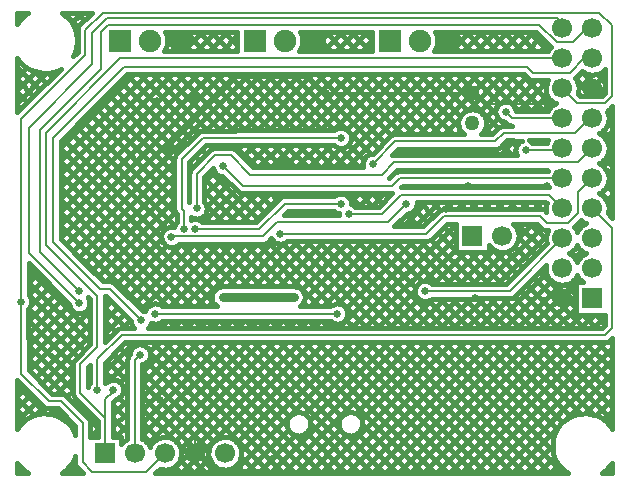
<source format=gbr>
G04 DipTrace 2.4.0.2*
%INBottom.gbr*%
%MOIN*%
%ADD13C,0.007*%
%ADD15C,0.03*%
%ADD17C,0.015*%
%ADD22C,0.05*%
%ADD23R,0.05X0.05*%
%ADD27R,0.0669X0.0669*%
%ADD28C,0.0669*%
%ADD32R,0.0748X0.0748*%
%ADD33C,0.0748*%
%ADD41C,0.025*%
%FSLAX44Y44*%
G04*
G70*
G90*
G75*
G01*
%LNBottom*%
%LPD*%
X10196Y12405D2*
D13*
X12341D1*
X13191Y13256D1*
X15055D1*
X9407Y12139D2*
Y12082D1*
X9485Y12161D1*
X12448D1*
X12917Y12629D1*
X16620D1*
X17246Y13256D1*
X9829Y12417D2*
Y13000D1*
X9755Y13074D1*
Y14747D1*
X10455Y15447D1*
X15055D1*
X23437Y16096D2*
X23352D1*
X22860Y15604D1*
X20484D1*
X20211Y15332D1*
X16877D1*
X16123Y14578D1*
X21215Y15045D2*
X22386D1*
X22437Y15096D1*
X13042Y12254D2*
X17912D1*
X18497Y12838D1*
X21691D1*
X21925Y12605D1*
X22627D1*
X22977Y12955D1*
Y13636D1*
X23437Y14096D1*
X6942Y7047D2*
Y8060D1*
X7755Y8873D1*
X23852D1*
X24096Y9117D1*
Y12436D1*
X23437Y13096D1*
Y19096D2*
X23266D1*
X22796Y18626D1*
X22251D1*
X21657Y19220D1*
X7309D1*
X7051Y18963D1*
Y17735D1*
X5021Y15705D1*
Y11652D1*
X6333Y10341D1*
X22437Y19096D2*
X22583D1*
X22251Y19427D1*
X7252D1*
X6779Y18954D1*
Y17897D1*
X4665Y15783D1*
Y11606D1*
X6341Y9930D1*
X10252Y13093D2*
Y14239D1*
X10874Y14861D1*
X11402D1*
X12044Y14220D1*
X16422D1*
X16837Y14635D1*
X22976D1*
X23437Y15096D1*
X22437Y14096D2*
X17013D1*
X16768Y13851D1*
X11781D1*
X11119Y14514D1*
X8874Y9591D2*
X14937D1*
X17865Y10338D2*
X20680D1*
X22437Y12096D1*
X8187Y4937D2*
Y8049D1*
X8361Y8223D1*
X23437Y18096D2*
X23157D1*
X22681Y17620D1*
X21447D1*
X21251Y17816D1*
X7836D1*
X5478Y15458D1*
Y11962D1*
X7023Y10417D1*
X7348D1*
X8405Y9360D1*
X7466Y7055D2*
Y6988D1*
X7210Y6732D1*
Y6108D1*
Y4960D1*
X7187Y4937D1*
X22437Y18096D2*
X7709D1*
X5234Y15621D1*
Y11881D1*
X6942Y10174D1*
Y8466D1*
X6372Y7897D1*
Y6946D1*
X7210Y6108D1*
X15315Y12910D2*
X16427D1*
X17070Y13553D1*
X21980D1*
X22437Y13096D1*
Y16096D2*
X20776D1*
X20548Y16324D1*
X11120Y10137D2*
D15*
X13489D1*
X21938Y16582D2*
D13*
X19967D1*
X19687Y16302D1*
X19437Y16552D1*
Y16937D1*
X12764Y4732D2*
X12415Y4383D1*
X10741D1*
X10187Y4937D1*
X22437Y10096D2*
X20960D1*
X19521D1*
X21931Y13834D2*
X19290D1*
X13532Y17437D2*
X11597D1*
X9248Y15088D1*
X14563Y16937D2*
X14063Y17437D1*
X13532D1*
X19437Y16937D2*
X14563D1*
X9034Y6713D2*
X8498D1*
X10187Y4937D2*
Y5560D1*
X9034Y6713D1*
X4401Y9972D2*
Y7592D1*
X5316Y6678D1*
X5722D1*
X6454Y5946D1*
Y4628D1*
X6762Y4320D1*
X8570D1*
X9187Y4937D1*
X4401Y9972D2*
Y16088D1*
X6535Y18222D1*
Y19035D1*
X7125Y19625D1*
X23669D1*
X24096Y19198D1*
Y16840D1*
X23852Y16596D1*
X22936D1*
X22437Y17096D1*
D41*
X15055Y13256D3*
X17246D3*
X15055Y15447D3*
X9407Y12139D3*
X9829Y12417D3*
X10196Y12405D3*
X7466Y7055D3*
X4401Y9972D3*
X8361Y8223D3*
X17865Y10338D3*
X15315Y12910D3*
X21215Y15045D3*
X6942Y7047D3*
X16123Y14578D3*
X13042Y12254D3*
X11119Y14514D3*
X10252Y13093D3*
X20548Y16324D3*
X6341Y9930D3*
X6333Y10341D3*
X8405Y9360D3*
X17362Y12676D3*
X18553Y13087D3*
X10173Y16785D3*
X8919Y16685D3*
X13176Y14610D3*
X14937Y9591D3*
X8874D3*
X13489Y10137D3*
X11120D3*
X9248Y15088D3*
X8498Y6713D3*
X19521Y10096D3*
X19290Y13834D3*
X12764Y4732D3*
X21931Y13834D3*
X14563Y16937D3*
X9034Y6713D3*
X13532Y17437D3*
X21938Y16582D3*
X5958Y19591D2*
D17*
X5889Y19522D1*
X4352Y17985D2*
X4283Y17916D1*
X6383Y19591D2*
X6090Y19299D1*
X4575Y17784D2*
X4283Y17491D1*
X6282Y19067D2*
X6227Y19012D1*
X4862Y17647D2*
X4283Y17067D1*
X5242Y17602D2*
X4283Y16643D1*
X9574Y18964D2*
X9282Y18672D1*
X8168Y17559D2*
X5735Y15126D1*
X9998Y18964D2*
X9386Y18352D1*
X8593Y17559D2*
X5735Y14701D1*
X10422Y18964D2*
X9810Y18352D1*
X9017Y17559D2*
X5735Y14277D1*
X10847Y18964D2*
X10235Y18352D1*
X9441Y17559D2*
X5735Y13853D1*
X11271Y18964D2*
X10659Y18352D1*
X9866Y17559D2*
X5735Y13428D1*
X11592Y18861D2*
X11083Y18352D1*
X10290Y17559D2*
X5735Y13004D1*
X11592Y18437D2*
X11508Y18352D1*
X10714Y17559D2*
X5735Y12580D1*
X11138Y17559D2*
X5735Y12156D1*
X4741Y11162D2*
X4656Y11077D1*
X11563Y17559D2*
X5906Y11902D1*
X4953Y10950D2*
X4656Y10653D1*
X11987Y17559D2*
X6118Y11690D1*
X5165Y10737D2*
X4656Y10228D1*
X13816Y18964D2*
X13748Y18896D1*
X12411Y17559D2*
X10556Y15704D1*
X9499Y14647D2*
X6330Y11478D1*
X5378Y10525D2*
X4731Y9879D1*
X14241Y18964D2*
X13728Y18452D1*
X12835Y17559D2*
X10981Y15704D1*
X9499Y14223D2*
X6542Y11266D1*
X5590Y10313D2*
X4656Y9380D1*
X14665Y18964D2*
X14053Y18352D1*
X13260Y17559D2*
X11405Y15704D1*
X10891Y15190D2*
X10805Y15104D1*
X9499Y13798D2*
X6754Y11054D1*
X5802Y10101D2*
X4656Y8955D1*
X15089Y18964D2*
X14477Y18352D1*
X13684Y17559D2*
X11829Y15704D1*
X11316Y15190D2*
X11242Y15117D1*
X9499Y13374D2*
X6967Y10841D1*
X5997Y9872D2*
X4656Y8531D1*
X15514Y18964D2*
X14902Y18352D1*
X14108Y17559D2*
X12253Y15704D1*
X11740Y15190D2*
X11590Y15041D1*
X10845Y14296D2*
X10508Y13959D1*
X9517Y12968D2*
X7223Y10674D1*
X6173Y9624D2*
X4656Y8107D1*
X15938Y18964D2*
X15326Y18352D1*
X14532Y17559D2*
X12678Y15704D1*
X12164Y15190D2*
X11803Y14829D1*
X11118Y14145D2*
X10508Y13535D1*
X9508Y12534D2*
X9457Y12483D1*
X9062Y12088D2*
X7553Y10580D1*
X6685Y9712D2*
X4668Y7694D1*
X16092Y18694D2*
X15750Y18352D1*
X14957Y17559D2*
X13102Y15704D1*
X12588Y15190D2*
X12015Y14617D1*
X11331Y13933D2*
X10588Y13190D1*
X9232Y11835D2*
X7765Y10367D1*
X7398Y10000D2*
X7199Y9801D1*
X6685Y9287D2*
X4880Y7482D1*
X4511Y7113D2*
X4283Y6885D1*
X15381Y17559D2*
X13526Y15704D1*
X13013Y15190D2*
X12298Y14476D1*
X11543Y13720D2*
X10483Y12661D1*
X9726Y11904D2*
X7978Y10155D1*
X7610Y9788D2*
X7199Y9376D1*
X6685Y8863D2*
X5092Y7270D1*
X4723Y6901D2*
X4283Y6460D1*
X15805Y17559D2*
X13950Y15704D1*
X13437Y15190D2*
X12722Y14476D1*
X11841Y13595D2*
X10908Y12661D1*
X10151Y11904D2*
X8190Y9943D1*
X7822Y9576D2*
X7199Y8952D1*
X6117Y7870D2*
X5304Y7058D1*
X4935Y6689D2*
X4283Y6036D1*
X16229Y17559D2*
X14375Y15704D1*
X13861Y15190D2*
X13147Y14476D1*
X12265Y13595D2*
X11332Y12661D1*
X10575Y11904D2*
X8402Y9731D1*
X8034Y9363D2*
X7800Y9129D1*
X6117Y7446D2*
X5604Y6934D1*
X5149Y6478D2*
X4903Y6233D1*
X16654Y17559D2*
X14799Y15704D1*
X14285Y15190D2*
X13571Y14476D1*
X12690Y13595D2*
X11756Y12661D1*
X10999Y11904D2*
X9008Y9913D1*
X6685Y7590D2*
X6629Y7534D1*
X6117Y7022D2*
X5932Y6837D1*
X5517Y6422D2*
X5357Y6262D1*
X18483Y18964D2*
X18279Y18760D1*
X17078Y17559D2*
X15255Y15735D1*
X14710Y15190D2*
X13995Y14476D1*
X13114Y13595D2*
X12180Y12661D1*
X11423Y11904D2*
X9366Y9847D1*
X8775Y9256D2*
X8659Y9139D1*
X8135Y8616D2*
X7199Y7679D1*
X6234Y6715D2*
X6145Y6625D1*
X5775Y6256D2*
X5679Y6160D1*
X18908Y18964D2*
X18296Y18352D1*
X17502Y17559D2*
X15402Y15459D1*
X15045Y15101D2*
X14419Y14476D1*
X13538Y13595D2*
X13456Y13513D1*
X11848Y11904D2*
X9791Y9847D1*
X9277Y9334D2*
X9073Y9129D1*
X8560Y8616D2*
X8491Y8548D1*
X7930Y7986D2*
X7283Y7340D1*
X6447Y6503D2*
X6357Y6413D1*
X5987Y6044D2*
X5930Y5987D1*
X4388Y4445D2*
X4283Y4339D1*
X19332Y18964D2*
X18720Y18352D1*
X17927Y17559D2*
X14844Y14476D1*
X13962Y13595D2*
X13881Y13513D1*
X13367Y13000D2*
X13254Y12887D1*
X12272Y11904D2*
X10215Y9847D1*
X9701Y9334D2*
X9497Y9129D1*
X8984Y8616D2*
X8695Y8327D1*
X7930Y7562D2*
X7691Y7323D1*
X6659Y6291D2*
X6569Y6201D1*
X6198Y5830D2*
X6120Y5752D1*
X19756Y18964D2*
X19144Y18352D1*
X18351Y17559D2*
X15268Y14476D1*
X14387Y13595D2*
X14305Y13513D1*
X13792Y13000D2*
X13679Y12887D1*
X12796Y12004D2*
X11300Y10508D1*
X10777Y9985D2*
X10639Y9847D1*
X10126Y9334D2*
X9922Y9129D1*
X9408Y8616D2*
X8443Y7651D1*
X7930Y7138D2*
X7808Y7016D1*
X6871Y6079D2*
X6710Y5918D1*
X20180Y18964D2*
X19569Y18352D1*
X18775Y17559D2*
X16779Y15563D1*
X15777Y14561D2*
X15692Y14476D1*
X14811Y13595D2*
X14729Y13513D1*
X14216Y13000D2*
X14103Y12887D1*
X13142Y11926D2*
X11725Y10508D1*
X10550Y9334D2*
X10346Y9129D1*
X9832Y8616D2*
X8443Y7227D1*
X7930Y6713D2*
X7467Y6251D1*
X6954Y5737D2*
X6710Y5493D1*
X20605Y18964D2*
X19993Y18352D1*
X19199Y17559D2*
X17228Y15588D1*
X14640Y13000D2*
X14527Y12887D1*
X13637Y11997D2*
X12149Y10508D1*
X10974Y9334D2*
X10770Y9129D1*
X10257Y8616D2*
X8443Y6803D1*
X7930Y6289D2*
X7467Y5827D1*
X6203Y4562D2*
X5922Y4282D1*
X21029Y18964D2*
X20417Y18352D1*
X19624Y17559D2*
X17653Y15588D1*
X17141Y15076D2*
X16957Y14892D1*
X15659Y13595D2*
X15396Y13331D1*
X14062Y11997D2*
X12573Y10508D1*
X11398Y9334D2*
X11194Y9129D1*
X10681Y8616D2*
X8443Y6378D1*
X7930Y5865D2*
X7558Y5493D1*
X6389Y4324D2*
X6347Y4282D1*
X21453Y18964D2*
X20841Y18352D1*
X20048Y17559D2*
X18077Y15588D1*
X17565Y15076D2*
X17381Y14892D1*
X16084Y13595D2*
X15656Y13167D1*
X14486Y11997D2*
X12997Y10508D1*
X11823Y9334D2*
X11619Y9129D1*
X11105Y8616D2*
X8443Y5954D1*
X7930Y5441D2*
X7880Y5391D1*
X21712Y18798D2*
X21266Y18352D1*
X20472Y17559D2*
X19297Y16383D1*
X18990Y16077D2*
X18501Y15588D1*
X17989Y15076D2*
X17805Y14892D1*
X16508Y13595D2*
X16080Y13167D1*
X14910Y11997D2*
X13422Y10508D1*
X12247Y9334D2*
X12043Y9129D1*
X11529Y8616D2*
X8443Y5530D1*
X21924Y18586D2*
X21690Y18352D1*
X20896Y17559D2*
X19681Y16344D1*
X19030Y15693D2*
X18926Y15588D1*
X18414Y15076D2*
X18229Y14892D1*
X15335Y11997D2*
X13748Y10411D1*
X12671Y9334D2*
X12467Y9129D1*
X11954Y8616D2*
X8624Y5286D1*
X21229Y17468D2*
X20384Y16622D1*
X20250Y16488D2*
X19877Y16115D1*
X18838Y15076D2*
X18654Y14892D1*
X15759Y11997D2*
X13856Y10094D1*
X13096Y9334D2*
X12891Y9129D1*
X12378Y8616D2*
X9252Y5490D1*
X21549Y17363D2*
X20777Y16591D1*
X20282Y16095D2*
X19774Y15588D1*
X19262Y15076D2*
X19078Y14892D1*
X16183Y11997D2*
X14033Y9847D1*
X13520Y9334D2*
X13316Y9129D1*
X12802Y8616D2*
X9550Y5364D1*
X21938Y17327D2*
X20963Y16353D1*
X20557Y15947D2*
X20471Y15860D1*
X19686Y15075D2*
X19501Y14891D1*
X17907Y13297D2*
X17121Y12511D1*
X16608Y11998D2*
X14458Y9848D1*
X13945Y9334D2*
X13739Y9128D1*
X13227Y8617D2*
X9718Y5108D1*
X9016Y4406D2*
X8893Y4283D1*
X21920Y16885D2*
X21387Y16353D1*
X20110Y15075D2*
X19926Y14891D1*
X18332Y13297D2*
X17546Y12511D1*
X17032Y11998D2*
X14970Y9936D1*
X14369Y9334D2*
X14163Y9128D1*
X13651Y8617D2*
X9317Y4283D1*
X23104Y17646D2*
X22887Y17428D1*
X22103Y16645D2*
X21811Y16353D1*
X20807Y15349D2*
X20350Y14891D1*
X18756Y13297D2*
X18553Y13094D1*
X17456Y11998D2*
X15234Y9775D1*
X14752Y9293D2*
X14587Y9128D1*
X14076Y8617D2*
X9741Y4283D1*
X23423Y17539D2*
X22993Y17110D1*
X20872Y14989D2*
X20774Y14891D1*
X19180Y13297D2*
X18978Y13094D1*
X17881Y11998D2*
X15012Y9128D1*
X14500Y8617D2*
X11354Y5471D1*
X10653Y4770D2*
X10166Y4283D1*
X23840Y17533D2*
X23161Y16853D1*
X21656Y15349D2*
X21609Y15302D1*
X19604Y13297D2*
X19402Y13094D1*
X18882Y12574D2*
X15436Y9128D1*
X14924Y8617D2*
X11611Y5303D1*
X10821Y4513D2*
X10590Y4283D1*
X23840Y17109D2*
X23585Y16853D1*
X20029Y13297D2*
X19826Y13094D1*
X18882Y12150D2*
X15860Y9128D1*
X15348Y8617D2*
X11740Y5008D1*
X11116Y4384D2*
X11014Y4283D1*
X20453Y13297D2*
X20250Y13094D1*
X18882Y11726D2*
X17839Y10683D1*
X17521Y10365D2*
X16284Y9128D1*
X15773Y8617D2*
X11439Y4283D1*
X20877Y13297D2*
X20675Y13094D1*
X19212Y11631D2*
X18175Y10595D1*
X17645Y10065D2*
X16709Y9128D1*
X16197Y8617D2*
X13848Y6268D1*
X13297Y5716D2*
X11863Y4283D1*
X24091Y16087D2*
X23976Y15971D1*
X21301Y13297D2*
X21099Y13094D1*
X19636Y11631D2*
X18600Y10595D1*
X18086Y10082D2*
X17133Y9128D1*
X16621Y8617D2*
X14037Y6033D1*
X13532Y5528D2*
X12287Y4283D1*
X24091Y15663D2*
X23875Y15446D1*
X21726Y13297D2*
X21523Y13094D1*
X21011Y12583D2*
X20912Y12483D1*
X20141Y11712D2*
X19024Y10595D1*
X18511Y10082D2*
X17557Y9128D1*
X17045Y8617D2*
X12711Y4283D1*
X24091Y15238D2*
X23992Y15139D1*
X21436Y12583D2*
X20989Y12136D1*
X20488Y11635D2*
X19448Y10595D1*
X18935Y10082D2*
X17981Y9128D1*
X17470Y8617D2*
X13136Y4283D1*
X24091Y14814D2*
X23800Y14523D1*
X21719Y12442D2*
X19872Y10595D1*
X19359Y10082D2*
X18406Y9128D1*
X17894Y8617D2*
X15557Y6280D1*
X15017Y5740D2*
X13560Y4283D1*
X24091Y14390D2*
X23969Y14268D1*
X21891Y12190D2*
X20297Y10595D1*
X19783Y10082D2*
X18830Y9128D1*
X18318Y8617D2*
X15761Y6059D1*
X15237Y5536D2*
X13984Y4283D1*
X24091Y13966D2*
X23711Y13585D1*
X20208Y10082D2*
X19254Y9128D1*
X18743Y8617D2*
X14408Y4283D1*
X24091Y13541D2*
X23923Y13373D1*
X23159Y12609D2*
X22924Y12373D1*
X20632Y10082D2*
X19679Y9128D1*
X19167Y8617D2*
X14833Y4283D1*
X24091Y13117D2*
X23984Y13010D1*
X21903Y10929D2*
X20103Y9128D1*
X19591Y8617D2*
X15257Y4283D1*
X23070Y11671D2*
X22861Y11462D1*
X22070Y10672D2*
X20527Y9128D1*
X20015Y8617D2*
X15681Y4283D1*
X22365Y10542D2*
X20951Y9128D1*
X20440Y8617D2*
X16105Y4283D1*
X22997Y10750D2*
X21376Y9128D1*
X20864Y8617D2*
X16530Y4283D1*
X22881Y10209D2*
X21800Y9128D1*
X21288Y8617D2*
X16954Y4283D1*
X22881Y9785D2*
X22224Y9128D1*
X21712Y8617D2*
X17378Y4283D1*
X23060Y9540D2*
X22648Y9128D1*
X22137Y8617D2*
X17803Y4283D1*
X23484Y9540D2*
X23073Y9128D1*
X22561Y8617D2*
X18227Y4283D1*
X23840Y9472D2*
X23497Y9128D1*
X22985Y8617D2*
X18651Y4283D1*
X23409Y8617D2*
X19075Y4283D1*
X23834Y8617D2*
X19500Y4283D1*
X24091Y8450D2*
X19924Y4283D1*
X24091Y8026D2*
X20348Y4283D1*
X24091Y7602D2*
X22537Y6048D1*
X22327Y5837D2*
X20772Y4283D1*
X24091Y7177D2*
X23187Y6273D1*
X22100Y5186D2*
X21197Y4283D1*
X24091Y6753D2*
X23552Y6213D1*
X22160Y4822D2*
X21621Y4283D1*
X24091Y6329D2*
X23830Y6067D1*
X22306Y4543D2*
X22045Y4283D1*
X24091Y5905D2*
X24046Y5859D1*
X22515Y4328D2*
X22470Y4283D1*
X23598Y17560D2*
X23840Y17318D1*
X23083Y17652D2*
X23810Y16924D1*
X21346Y18964D2*
X21946Y18364D1*
X22870Y17439D2*
X23457Y16852D1*
X23953Y16357D2*
X24091Y16219D1*
X20922Y18964D2*
X21533Y18352D1*
X22967Y16919D2*
X23033Y16852D1*
X23968Y15918D2*
X24091Y15794D1*
X20497Y18964D2*
X21109Y18352D1*
X23795Y15666D2*
X24091Y15370D1*
X20073Y18964D2*
X20685Y18352D1*
X21674Y17363D2*
X21883Y17154D1*
X23991Y15046D2*
X24091Y14946D1*
X19649Y18964D2*
X20261Y18352D1*
X21054Y17559D2*
X22084Y16529D1*
X23871Y14741D2*
X24091Y14521D1*
X19224Y18964D2*
X19836Y18352D1*
X20630Y17559D2*
X21837Y16352D1*
X23979Y14209D2*
X24091Y14097D1*
X18800Y18964D2*
X19412Y18352D1*
X20206Y17559D2*
X21412Y16352D1*
X23931Y13833D2*
X24091Y13673D1*
X18376Y18964D2*
X18988Y18352D1*
X19781Y17559D2*
X20731Y16609D1*
X20832Y16508D2*
X20988Y16352D1*
X23724Y13616D2*
X24091Y13249D1*
X18281Y18634D2*
X18564Y18352D1*
X19357Y17559D2*
X20322Y16594D1*
X21568Y15348D2*
X21614Y15302D1*
X23974Y12942D2*
X24091Y12824D1*
X18933Y17559D2*
X20204Y16287D1*
X20511Y15981D2*
X20630Y15861D1*
X18509Y17559D2*
X20289Y15778D1*
X20719Y15348D2*
X20890Y15177D1*
X18084Y17559D2*
X19265Y16378D1*
X19879Y15764D2*
X20055Y15588D1*
X20446Y15197D2*
X20751Y14892D1*
X23016Y12627D2*
X23100Y12543D1*
X17660Y17559D2*
X19033Y16186D1*
X20143Y15076D2*
X20327Y14892D1*
X15830Y18964D2*
X16091Y18704D1*
X17236Y17559D2*
X18988Y15807D1*
X19718Y15076D2*
X19903Y14892D1*
X21498Y13296D2*
X21701Y13094D1*
X15406Y18964D2*
X16018Y18352D1*
X16811Y17559D2*
X18782Y15588D1*
X19294Y15076D2*
X19478Y14892D1*
X21074Y13296D2*
X21275Y13095D1*
X22743Y11627D2*
X22969Y11402D1*
X14982Y18964D2*
X15594Y18352D1*
X16387Y17559D2*
X18358Y15588D1*
X18870Y15076D2*
X19054Y14892D1*
X20650Y13296D2*
X20851Y13095D1*
X21364Y12582D2*
X21883Y12063D1*
X14558Y18964D2*
X15169Y18352D1*
X15963Y17559D2*
X17934Y15588D1*
X18446Y15076D2*
X18630Y14892D1*
X20225Y13296D2*
X20426Y13095D1*
X20940Y12582D2*
X21747Y11775D1*
X22827Y10694D2*
X22881Y10641D1*
X14133Y18964D2*
X14745Y18352D1*
X15539Y17559D2*
X17510Y15588D1*
X18021Y15076D2*
X18206Y14892D1*
X19801Y13296D2*
X20002Y13095D1*
X20989Y12108D2*
X21535Y11562D1*
X22549Y10548D2*
X22881Y10217D1*
X23558Y9539D2*
X23840Y9257D1*
X13709Y18964D2*
X14321Y18352D1*
X15114Y17559D2*
X17085Y15588D1*
X17597Y15076D2*
X17781Y14892D1*
X19377Y13296D2*
X19578Y13095D1*
X20857Y11816D2*
X21323Y11350D1*
X21692Y10981D2*
X22881Y9792D1*
X23134Y9539D2*
X23544Y9129D1*
X24009Y8664D2*
X24091Y8582D1*
X13754Y18495D2*
X13897Y18352D1*
X14690Y17559D2*
X16714Y15535D1*
X17173Y15076D2*
X17357Y14892D1*
X18953Y13296D2*
X19154Y13095D1*
X20597Y11652D2*
X21111Y11138D1*
X21480Y10769D2*
X23119Y9129D1*
X23633Y8616D2*
X24091Y8157D1*
X14266Y17559D2*
X16500Y15324D1*
X16869Y14955D2*
X16933Y14892D1*
X18528Y13296D2*
X18729Y13095D1*
X19993Y11831D2*
X20899Y10926D1*
X21268Y10557D2*
X22695Y9129D1*
X23209Y8616D2*
X24091Y7733D1*
X13842Y17559D2*
X16288Y15112D1*
X18104Y13296D2*
X18348Y13052D1*
X18818Y12582D2*
X18881Y12520D1*
X19770Y11631D2*
X20687Y10714D1*
X21056Y10345D2*
X22271Y9129D1*
X22784Y8616D2*
X24091Y7309D1*
X13417Y17559D2*
X15266Y15711D1*
X15319Y15658D2*
X16056Y14920D1*
X17680Y13296D2*
X18133Y12843D1*
X18502Y12474D2*
X18882Y12094D1*
X19345Y11631D2*
X20382Y10595D1*
X20842Y10134D2*
X21847Y9129D1*
X22360Y8616D2*
X24091Y6885D1*
X12993Y17559D2*
X14833Y15719D1*
X15327Y15225D2*
X15812Y14739D1*
X17517Y13034D2*
X17921Y12631D1*
X18290Y12262D2*
X18882Y11670D1*
X18920Y11631D2*
X19957Y10595D1*
X20469Y10083D2*
X21422Y9129D1*
X21936Y8616D2*
X24091Y6460D1*
X11163Y18964D2*
X11591Y18536D1*
X12569Y17559D2*
X14424Y15704D1*
X15025Y15103D2*
X15652Y14476D1*
X16533Y13595D2*
X16638Y13490D1*
X17244Y12884D2*
X17617Y12510D1*
X18076Y12052D2*
X19533Y10595D1*
X20045Y10083D2*
X20998Y9129D1*
X21512Y8616D2*
X24091Y6036D1*
X10739Y18964D2*
X11351Y18352D1*
X12145Y17559D2*
X13999Y15704D1*
X14513Y15190D2*
X15227Y14476D1*
X16109Y13595D2*
X16426Y13278D1*
X17032Y12671D2*
X17193Y12510D1*
X17706Y11997D2*
X19109Y10595D1*
X19621Y10083D2*
X20574Y9129D1*
X21087Y8616D2*
X23471Y6233D1*
X10315Y18964D2*
X10927Y18352D1*
X11720Y17559D2*
X13575Y15704D1*
X14089Y15190D2*
X14803Y14476D1*
X15685Y13595D2*
X16112Y13167D1*
X17282Y11997D2*
X18685Y10595D1*
X19196Y10083D2*
X20150Y9129D1*
X20663Y8616D2*
X23017Y6262D1*
X9891Y18964D2*
X10503Y18352D1*
X11296Y17559D2*
X13151Y15704D1*
X13664Y15190D2*
X14379Y14476D1*
X15260Y13595D2*
X15688Y13167D1*
X16858Y11997D2*
X18260Y10595D1*
X18772Y10083D2*
X19725Y9129D1*
X20239Y8616D2*
X22695Y6160D1*
X9466Y18964D2*
X10078Y18352D1*
X10872Y17559D2*
X12727Y15704D1*
X13240Y15190D2*
X13955Y14476D1*
X14836Y13595D2*
X14874Y13557D1*
X16434Y11997D2*
X17760Y10671D1*
X18348Y10083D2*
X19301Y9129D1*
X19814Y8616D2*
X22445Y5986D1*
X23986Y4445D2*
X24091Y4339D1*
X9281Y18725D2*
X9654Y18352D1*
X10447Y17559D2*
X12302Y15704D1*
X12816Y15190D2*
X13530Y14476D1*
X14412Y13595D2*
X14493Y13513D1*
X16009Y11997D2*
X17539Y10467D1*
X17993Y10013D2*
X18877Y9129D1*
X19390Y8616D2*
X22254Y5752D1*
X10023Y17559D2*
X11878Y15704D1*
X12391Y15190D2*
X13106Y14476D1*
X13987Y13595D2*
X14069Y13513D1*
X14582Y13000D2*
X14695Y12887D1*
X15585Y11997D2*
X18453Y9129D1*
X18966Y8616D2*
X22130Y5452D1*
X9599Y17559D2*
X11454Y15704D1*
X11967Y15190D2*
X12682Y14476D1*
X13563Y13595D2*
X13645Y13513D1*
X14158Y13000D2*
X14271Y12887D1*
X15161Y11997D2*
X18028Y9129D1*
X18542Y8616D2*
X22110Y5048D1*
X9175Y17559D2*
X11030Y15704D1*
X11543Y15190D2*
X12258Y14476D1*
X13139Y13595D2*
X13220Y13513D1*
X13734Y13000D2*
X13847Y12887D1*
X14737Y11997D2*
X17604Y9129D1*
X18117Y8616D2*
X22452Y4282D1*
X8750Y17559D2*
X10605Y15704D1*
X11119Y15190D2*
X11192Y15117D1*
X12715Y13595D2*
X12937Y13372D1*
X13310Y13000D2*
X13423Y12887D1*
X14312Y11997D2*
X17180Y9129D1*
X17693Y8616D2*
X22027Y4282D1*
X6294Y19591D2*
X6508Y19376D1*
X8326Y17559D2*
X10262Y15623D1*
X10694Y15190D2*
X10781Y15104D1*
X12290Y13595D2*
X12725Y13160D1*
X13888Y11997D2*
X16755Y9129D1*
X17269Y8616D2*
X21603Y4282D1*
X5869Y19591D2*
X6305Y19156D1*
X7925Y17536D2*
X10050Y15411D1*
X10419Y15041D2*
X10552Y14908D1*
X11866Y13595D2*
X12513Y12948D1*
X13464Y11997D2*
X16331Y9129D1*
X16845Y8616D2*
X21179Y4282D1*
X7713Y17323D2*
X9838Y15198D1*
X10207Y14829D2*
X10340Y14696D1*
X10709Y14327D2*
X12301Y12736D1*
X13122Y11914D2*
X15907Y9129D1*
X16420Y8616D2*
X20754Y4282D1*
X6231Y18381D2*
X6278Y18334D1*
X7501Y17111D2*
X9626Y14986D1*
X10012Y14601D2*
X10128Y14484D1*
X10509Y14103D2*
X11951Y12661D1*
X12635Y11977D2*
X14735Y9877D1*
X15224Y9388D2*
X15483Y9129D1*
X15996Y8616D2*
X20330Y4282D1*
X7289Y16899D2*
X9498Y14690D1*
X10509Y13679D2*
X11527Y12661D1*
X12284Y11904D2*
X14341Y9847D1*
X14944Y9244D2*
X15058Y9129D1*
X15572Y8616D2*
X19906Y4282D1*
X4283Y19481D2*
X4362Y19402D1*
X7076Y16688D2*
X9499Y14264D1*
X10584Y13179D2*
X11102Y12662D1*
X11859Y11905D2*
X13255Y10509D1*
X13814Y9949D2*
X13916Y9848D1*
X14429Y9334D2*
X14635Y9128D1*
X15147Y8617D2*
X19481Y4283D1*
X6864Y16476D2*
X9499Y13840D1*
X10497Y12843D2*
X10678Y12662D1*
X11435Y11905D2*
X12830Y10509D1*
X14005Y9334D2*
X14211Y9128D1*
X14723Y8617D2*
X19057Y4283D1*
X5309Y17606D2*
X5429Y17486D1*
X6652Y16263D2*
X9499Y13416D1*
X11010Y11905D2*
X12406Y10509D1*
X13581Y9334D2*
X13787Y9128D1*
X14298Y8617D2*
X18633Y4283D1*
X4824Y17667D2*
X5217Y17274D1*
X6440Y16051D2*
X9536Y12955D1*
X10586Y11905D2*
X11982Y10509D1*
X13157Y9334D2*
X13362Y9128D1*
X13874Y8617D2*
X18208Y4283D1*
X4283Y17784D2*
X5005Y17062D1*
X6227Y15839D2*
X9509Y12557D1*
X10162Y11905D2*
X11558Y10509D1*
X12732Y9334D2*
X12938Y9128D1*
X13450Y8617D2*
X17784Y4283D1*
X4283Y17360D2*
X4793Y16850D1*
X6015Y15627D2*
X9213Y12430D1*
X9738Y11905D2*
X11133Y10509D1*
X12308Y9334D2*
X12514Y9128D1*
X13026Y8617D2*
X15330Y6313D1*
X15782Y5861D2*
X17360Y4283D1*
X4283Y16935D2*
X4580Y16638D1*
X5803Y15415D2*
X9060Y12158D1*
X9426Y11792D2*
X10835Y10383D1*
X11884Y9334D2*
X12090Y9128D1*
X12601Y8617D2*
X15059Y6159D1*
X15628Y5590D2*
X16935Y4283D1*
X4283Y16511D2*
X4368Y16425D1*
X5735Y15059D2*
X10772Y10022D1*
X11459Y9334D2*
X11665Y9128D1*
X12177Y8617D2*
X15005Y5789D1*
X15258Y5536D2*
X16511Y4283D1*
X5735Y14634D2*
X10522Y9848D1*
X11035Y9334D2*
X11241Y9128D1*
X11753Y8617D2*
X16087Y4283D1*
X5735Y14210D2*
X10098Y9848D1*
X10611Y9334D2*
X10817Y9128D1*
X11329Y8617D2*
X13631Y6314D1*
X14051Y5894D2*
X15663Y4283D1*
X5735Y13786D2*
X9673Y9848D1*
X10187Y9334D2*
X10393Y9128D1*
X10904Y8617D2*
X13342Y6178D1*
X13916Y5605D2*
X15238Y4283D1*
X5735Y13361D2*
X9249Y9848D1*
X9762Y9334D2*
X9968Y9128D1*
X10480Y8617D2*
X13258Y5839D1*
X13576Y5521D2*
X14814Y4283D1*
X5735Y12937D2*
X8753Y9919D1*
X9338Y9334D2*
X9544Y9128D1*
X10056Y8617D2*
X14390Y4283D1*
X5735Y12513D2*
X8545Y9704D1*
X8988Y9260D2*
X9120Y9128D1*
X9631Y8617D2*
X13966Y4283D1*
X5735Y12089D2*
X7151Y10673D1*
X9207Y8617D2*
X13541Y4283D1*
X7238Y10161D2*
X8061Y9339D1*
X8783Y8617D2*
X13117Y4283D1*
X7199Y9777D2*
X7847Y9128D1*
X8359Y8617D2*
X8410Y8565D1*
X8702Y8274D2*
X12693Y4283D1*
X7199Y9353D2*
X7532Y9019D1*
X7934Y8617D2*
X8097Y8454D1*
X8592Y7959D2*
X11069Y5482D1*
X11733Y4818D2*
X12269Y4283D1*
X6506Y9621D2*
X6685Y9442D1*
X7199Y8928D2*
X7320Y8807D1*
X7689Y8438D2*
X7956Y8171D1*
X8443Y7684D2*
X10792Y5335D1*
X11585Y4541D2*
X11844Y4283D1*
X4656Y11046D2*
X6685Y9017D1*
X7477Y8226D2*
X7930Y7773D1*
X8443Y7259D2*
X10643Y5060D1*
X11310Y4392D2*
X11420Y4283D1*
X4656Y10622D2*
X6685Y8593D1*
X7265Y8013D2*
X7930Y7349D1*
X8443Y6835D2*
X10996Y4283D1*
X4656Y10198D2*
X6480Y8374D1*
X7199Y7655D2*
X7452Y7402D1*
X7812Y7042D2*
X7930Y6924D1*
X8443Y6411D2*
X9416Y5438D1*
X9688Y5166D2*
X10571Y4283D1*
X4676Y9754D2*
X6268Y8162D1*
X6637Y7793D2*
X6686Y7744D1*
X7664Y6766D2*
X7930Y6500D1*
X8443Y5987D2*
X8976Y5454D1*
X9704Y4725D2*
X10147Y4283D1*
X4656Y9349D2*
X6117Y7889D1*
X6628Y7377D2*
X6685Y7321D1*
X7467Y6538D2*
X7930Y6076D1*
X8443Y5562D2*
X8735Y5270D1*
X9519Y4487D2*
X9723Y4283D1*
X4656Y8925D2*
X6117Y7465D1*
X7467Y6114D2*
X7930Y5651D1*
X9201Y4381D2*
X9299Y4283D1*
X4656Y8501D2*
X6117Y7040D1*
X7467Y5690D2*
X7665Y5492D1*
X7742Y5415D2*
X7807Y5350D1*
X4656Y8076D2*
X5828Y6904D1*
X6680Y6053D2*
X6954Y5779D1*
X6710Y5599D2*
X6816Y5492D1*
X5463Y6421D2*
X5837Y6048D1*
X6047Y5837D2*
X6198Y5686D1*
X4283Y7177D2*
X5187Y6273D1*
X4283Y6753D2*
X4822Y6213D1*
X4283Y6329D2*
X4544Y6067D1*
X6068Y4543D2*
X6329Y4283D1*
X4283Y5905D2*
X4329Y5859D1*
X5860Y4328D2*
X5904Y4283D1*
X19892Y15862D2*
X19874Y15790D1*
X19844Y15721D1*
X19804Y15658D1*
X19754Y15602D1*
X19727Y15578D1*
X20109D1*
X20310Y15778D1*
X20370Y15823D1*
X20461Y15849D1*
X20756Y15851D1*
X20683Y15868D1*
X20602Y15922D1*
X20535Y15990D1*
X20476Y15996D1*
X20405Y16020D1*
X20341Y16060D1*
X20288Y16112D1*
X20247Y16175D1*
X20221Y16245D1*
X20212Y16319D1*
X20219Y16394D1*
X20242Y16465D1*
X20281Y16529D1*
X20333Y16583D1*
X20395Y16624D1*
X20465Y16650D1*
X20540Y16660D1*
X20614Y16654D1*
X20685Y16631D1*
X20750Y16593D1*
X20804Y16541D1*
X20846Y16479D1*
X20873Y16409D1*
X20882Y16342D1*
X21951D1*
X21978Y16390D1*
X22022Y16450D1*
X22075Y16504D1*
X22134Y16550D1*
X22219Y16595D1*
X22116Y16654D1*
X22059Y16703D1*
X22008Y16758D1*
X21966Y16820D1*
X21933Y16887D1*
X21909Y16958D1*
X21895Y17032D1*
X21892Y17107D1*
X21898Y17181D1*
X21915Y17254D1*
X21942Y17324D1*
X21970Y17376D1*
X21481Y17374D1*
X21373Y17385D1*
X21290Y17431D1*
X21149Y17570D1*
X7936D1*
X6843Y16475D1*
X5724Y15357D1*
Y12062D1*
X6607Y11181D1*
X7125Y10663D1*
X7348D1*
X7422Y10652D1*
X7505Y10607D1*
X8419Y9695D1*
X8472Y9690D1*
X8545Y9666D1*
X8569Y9731D1*
X8608Y9795D1*
X8660Y9849D1*
X8722Y9890D1*
X8792Y9916D1*
X8866Y9926D1*
X8941Y9920D1*
X9012Y9897D1*
X9077Y9859D1*
X9099Y9838D1*
X10674Y9836D1*
X10920D1*
X10853Y9894D1*
X10809Y9954D1*
X10778Y10023D1*
X10762Y10096D1*
X10761Y10170D1*
X10775Y10244D1*
X10805Y10313D1*
X10848Y10374D1*
X10902Y10425D1*
X10966Y10464D1*
X11037Y10489D1*
X11120Y10498D1*
X13489D1*
X13563Y10491D1*
X13635Y10468D1*
X13700Y10430D1*
X13755Y10381D1*
X13800Y10320D1*
X13831Y10252D1*
X13847Y10179D1*
X13848Y10104D1*
X13834Y10031D1*
X13804Y9962D1*
X13761Y9901D1*
X13707Y9850D1*
X13685Y9836D1*
X14708D1*
X14785Y9890D1*
X14855Y9916D1*
X14929Y9926D1*
X15004Y9920D1*
X15075Y9897D1*
X15139Y9859D1*
X15194Y9807D1*
X15235Y9745D1*
X15262Y9675D1*
X15273Y9591D1*
X15265Y9516D1*
X15240Y9445D1*
X15200Y9382D1*
X15148Y9329D1*
X15084Y9289D1*
X15014Y9264D1*
X14940Y9255D1*
X14865Y9262D1*
X14794Y9286D1*
X14731Y9326D1*
X14712Y9343D1*
X11262Y9345D1*
X9103D1*
X9022Y9289D1*
X8951Y9264D1*
X8877Y9255D1*
X8803Y9262D1*
X8734Y9286D1*
X8708Y9215D1*
X8668Y9152D1*
X8634Y9117D1*
X9255Y9119D1*
X23751D1*
X23849Y9217D1*
X23850Y9550D1*
X22891D1*
Y10641D1*
X23138D1*
X23059Y10703D1*
X23008Y10758D1*
X22966Y10820D1*
X22937Y10877D1*
X22902Y10811D1*
X22859Y10750D1*
X22807Y10695D1*
X22749Y10648D1*
X22685Y10610D1*
X22616Y10580D1*
X22543Y10561D1*
X22469Y10551D1*
X22394Y10552D1*
X22320Y10563D1*
X22248Y10584D1*
X22180Y10615D1*
X22116Y10654D1*
X22059Y10703D1*
X22008Y10758D1*
X21966Y10820D1*
X21933Y10887D1*
X21909Y10958D1*
X21895Y11032D1*
X21892Y11107D1*
X21906Y11216D1*
X20854Y10165D1*
X20793Y10120D1*
X20702Y10094D1*
X18430Y10092D1*
X18095D1*
X18012Y10037D1*
X17942Y10011D1*
X17867Y10003D1*
X17793Y10010D1*
X17722Y10034D1*
X17658Y10073D1*
X17605Y10126D1*
X17564Y10189D1*
X17538Y10259D1*
X17529Y10333D1*
X17536Y10408D1*
X17559Y10479D1*
X17598Y10543D1*
X17650Y10597D1*
X17712Y10638D1*
X17783Y10664D1*
X17857Y10674D1*
X17931Y10668D1*
X18003Y10645D1*
X18067Y10607D1*
X18089Y10586D1*
X19665Y10584D1*
X20576D1*
X21919Y11926D1*
X21895Y12032D1*
X21892Y12107D1*
X21898Y12181D1*
X21915Y12254D1*
X21961Y12359D1*
X21925D1*
X21851Y12370D1*
X21768Y12415D1*
X21591Y12591D1*
X20803Y12592D1*
X20872Y12516D1*
X20913Y12453D1*
X20945Y12385D1*
X20968Y12314D1*
X20983Y12187D1*
X20977Y12112D1*
X20962Y12039D1*
X20937Y11968D1*
X20902Y11902D1*
X20859Y11841D1*
X20807Y11786D1*
X20749Y11739D1*
X20685Y11701D1*
X20616Y11672D1*
X20543Y11652D1*
X20469Y11642D1*
X20394Y11643D1*
X20320Y11654D1*
X20248Y11675D1*
X20180Y11706D1*
X20116Y11746D1*
X20059Y11794D1*
X20008Y11849D1*
X19983Y11886D1*
Y11641D1*
X18891D1*
Y12591D1*
X18600Y12592D1*
X18086Y12080D1*
X18026Y12036D1*
X17935Y12009D1*
X15662Y12008D1*
X13269D1*
X13190Y11952D1*
X13119Y11927D1*
X13045Y11918D1*
X12971Y11926D1*
X12900Y11950D1*
X12836Y11989D1*
X12782Y12041D1*
X12741Y12106D1*
X12622Y11987D1*
X12562Y11942D1*
X12471Y11916D1*
X10198Y11915D1*
X9657D1*
X9617Y11877D1*
X9554Y11837D1*
X9484Y11812D1*
X9409Y11803D1*
X9335Y11811D1*
X9264Y11835D1*
X9200Y11874D1*
X9147Y11926D1*
X9106Y11989D1*
X9080Y12059D1*
X9071Y12133D1*
X9078Y12208D1*
X9101Y12279D1*
X9140Y12343D1*
X9192Y12397D1*
X9254Y12438D1*
X9324Y12464D1*
X9399Y12475D1*
X9473Y12468D1*
X9498Y12460D1*
X9500Y12486D1*
X9524Y12557D1*
X9563Y12621D1*
X9584Y12643D1*
X9581Y12900D1*
X9540Y12956D1*
X9515Y13023D1*
X9509Y13074D1*
Y14747D1*
X9521Y14821D1*
X9566Y14905D1*
X10281Y15621D1*
X10341Y15665D1*
X10432Y15692D1*
X12705Y15693D1*
X14826D1*
X14903Y15746D1*
X14973Y15773D1*
X15047Y15783D1*
X15122Y15776D1*
X15193Y15753D1*
X15258Y15715D1*
X15312Y15664D1*
X15354Y15602D1*
X15380Y15532D1*
X15391Y15447D1*
X15383Y15373D1*
X15358Y15302D1*
X15319Y15238D1*
X15266Y15185D1*
X15203Y15145D1*
X15132Y15120D1*
X15058Y15111D1*
X14984Y15119D1*
X14913Y15143D1*
X14849Y15182D1*
X14831Y15200D1*
X11380Y15201D1*
X10558D1*
X10001Y14645D1*
Y13315D1*
X10006Y13468D1*
Y14239D1*
X10017Y14313D1*
X10063Y14397D1*
X10700Y15035D1*
X10760Y15079D1*
X10851Y15106D1*
X11402Y15107D1*
X11476Y15096D1*
X11559Y15050D1*
X12144Y14467D1*
X14369Y14465D1*
X15805D1*
X15787Y14573D1*
X15795Y14647D1*
X15818Y14719D1*
X15857Y14783D1*
X15908Y14837D1*
X15971Y14878D1*
X16041Y14904D1*
X16113Y14914D1*
X16703Y15506D1*
X16763Y15550D1*
X16854Y15577D1*
X19148Y15578D1*
X19085Y15640D1*
X19041Y15701D1*
X19008Y15768D1*
X18986Y15840D1*
X18977Y15914D1*
X18979Y15989D1*
X18993Y16062D1*
X19020Y16133D1*
X19057Y16198D1*
X19104Y16256D1*
X19160Y16305D1*
X19223Y16345D1*
X19292Y16375D1*
X19365Y16392D1*
X19440Y16398D1*
X19515Y16391D1*
X19587Y16373D1*
X19656Y16343D1*
X19719Y16302D1*
X19774Y16251D1*
X19821Y16193D1*
X19857Y16127D1*
X19882Y16057D1*
X19898Y15937D1*
X19892Y15862D1*
X24102Y4620D2*
X24012Y4496D1*
X23908Y4388D1*
X23791Y4296D1*
X23753Y4272D1*
X24102D1*
Y4621D1*
X22623Y4271D2*
X22528Y4336D1*
X22416Y4436D1*
X22319Y4550D1*
X22239Y4677D1*
X22178Y4814D1*
X22135Y4957D1*
X22114Y5106D1*
X22113Y5256D1*
X22133Y5404D1*
X22173Y5549D1*
X22233Y5686D1*
X22312Y5813D1*
X22407Y5929D1*
X22518Y6030D1*
X22642Y6115D1*
X22776Y6182D1*
X22918Y6229D1*
X23065Y6256D1*
X23215Y6263D1*
X23364Y6249D1*
X23510Y6214D1*
X23649Y6159D1*
X23780Y6085D1*
X23899Y5994D1*
X24004Y5887D1*
X24094Y5767D1*
X24102Y5753D1*
Y8774D1*
X24026Y8699D1*
X23966Y8655D1*
X23875Y8628D1*
X21602Y8627D1*
X7856D1*
X7188Y7958D1*
Y7275D1*
X7199Y7262D1*
X7251Y7313D1*
X7314Y7354D1*
X7384Y7380D1*
X7458Y7391D1*
X7533Y7384D1*
X7604Y7361D1*
X7668Y7323D1*
X7723Y7272D1*
X7764Y7209D1*
X7791Y7139D1*
X7802Y7055D1*
X7794Y6980D1*
X7769Y6910D1*
X7730Y6846D1*
X7677Y6793D1*
X7614Y6753D1*
X7559Y6733D1*
X7456Y6630D1*
Y5482D1*
X7733Y5483D1*
Y5236D1*
X7772Y5292D1*
X7825Y5345D1*
X7884Y5391D1*
X7943Y5425D1*
X7941Y5762D1*
Y8049D1*
X7952Y8123D1*
X7998Y8207D1*
X8025Y8235D1*
X8032Y8293D1*
X8056Y8364D1*
X8094Y8428D1*
X8146Y8482D1*
X8209Y8523D1*
X8279Y8549D1*
X8353Y8559D1*
X8428Y8553D1*
X8499Y8530D1*
X8563Y8492D1*
X8618Y8440D1*
X8659Y8378D1*
X8686Y8308D1*
X8697Y8223D1*
X8689Y8149D1*
X8664Y8078D1*
X8624Y8015D1*
X8572Y7962D1*
X8509Y7922D1*
X8431Y7896D1*
X8433Y7149D1*
Y5422D1*
X8517Y5372D1*
X8573Y5322D1*
X8622Y5266D1*
X8663Y5203D1*
X8686Y5154D1*
X8728Y5231D1*
X8772Y5292D1*
X8825Y5345D1*
X8884Y5391D1*
X8949Y5428D1*
X9019Y5456D1*
X9092Y5474D1*
X9166Y5482D1*
X9241Y5480D1*
X9315Y5467D1*
X9386Y5445D1*
X9454Y5413D1*
X9517Y5372D1*
X9573Y5322D1*
X9622Y5266D1*
X9663Y5203D1*
X9695Y5135D1*
X9718Y5064D1*
X9733Y4937D1*
X9727Y4862D1*
X9712Y4789D1*
X9687Y4718D1*
X9652Y4652D1*
X9609Y4591D1*
X9557Y4536D1*
X9499Y4489D1*
X9435Y4451D1*
X9366Y4422D1*
X9293Y4402D1*
X9219Y4392D1*
X9144Y4393D1*
X9070Y4404D1*
X9018Y4419D1*
X8869Y4271D1*
X11547Y4272D1*
X22621D1*
X6208Y4849D2*
X6171Y4750D1*
X6100Y4618D1*
X6012Y4496D1*
X5908Y4388D1*
X5791Y4296D1*
X5753Y4272D1*
X6463D1*
X6280Y4454D1*
X6236Y4514D1*
X6209Y4605D1*
X6208Y4846D1*
X4623Y4271D2*
X4528Y4336D1*
X4416Y4436D1*
X4319Y4550D1*
X4271Y4622D1*
X4272Y4272D1*
X4621D1*
X4272Y5753D2*
X4358Y5873D1*
X4461Y5981D1*
X4578Y6075D1*
X4707Y6151D1*
X4846Y6208D1*
X4991Y6245D1*
X5140Y6262D1*
X5290Y6258D1*
X5438Y6234D1*
X5581Y6189D1*
X5716Y6124D1*
X5841Y6042D1*
X5953Y5943D1*
X6051Y5829D1*
X6132Y5703D1*
X6194Y5566D1*
X6208Y5528D1*
Y5844D1*
X5619Y6433D1*
X5316Y6432D1*
X5242Y6443D1*
X5158Y6488D1*
X4272Y7374D1*
Y5753D1*
X6261Y18612D2*
X6240Y18464D1*
X6199Y18320D1*
X6138Y18183D1*
X6125Y18160D1*
X6290Y18325D1*
X6289Y19035D1*
X6301Y19109D1*
X6346Y19193D1*
X6754Y19602D1*
X5753D1*
X5841Y19542D1*
X5953Y19443D1*
X6051Y19329D1*
X6132Y19203D1*
X6194Y19066D1*
X6237Y18923D1*
X6260Y18775D1*
X6261Y18612D1*
X5713Y17748D2*
X5592Y17690D1*
X5450Y17643D1*
X5302Y17617D1*
X5153Y17611D1*
X5004Y17626D1*
X4858Y17662D1*
X4719Y17718D1*
X4589Y17792D1*
X4470Y17884D1*
X4366Y17991D1*
X4271Y18122D1*
X4272Y16309D1*
X4810Y16845D1*
X5713Y17748D1*
X4272Y19253D2*
X4358Y19373D1*
X4461Y19481D1*
X4578Y19575D1*
X4620Y19601D1*
X4272Y19602D1*
Y19253D1*
X22938Y11314D2*
X22978Y11390D1*
X23022Y11450D1*
X23075Y11504D1*
X23134Y11550D1*
X23219Y11595D1*
X23116Y11654D1*
X23059Y11703D1*
X23008Y11758D1*
X22966Y11820D1*
X22937Y11877D1*
X22902Y11811D1*
X22859Y11750D1*
X22807Y11695D1*
X22749Y11648D1*
X22652Y11596D1*
X22704Y11571D1*
X22767Y11530D1*
X22823Y11481D1*
X22872Y11424D1*
X22913Y11362D1*
X22936Y11313D1*
X22938Y12314D2*
X22978Y12390D1*
X23022Y12450D1*
X23075Y12504D1*
X23134Y12550D1*
X23219Y12595D1*
X23116Y12654D1*
X23068Y12695D1*
X22838Y12468D1*
X22913Y12362D1*
X22936Y12313D1*
X23977Y13021D2*
X23955Y12928D1*
X24103Y12777D1*
X24102Y15222D1*
Y16499D1*
X24026Y16422D1*
X23947Y16370D1*
X23945Y16294D1*
X23968Y16222D1*
X23983Y16096D1*
X23977Y16021D1*
X23962Y15948D1*
X23937Y15877D1*
X23902Y15811D1*
X23859Y15750D1*
X23807Y15695D1*
X23749Y15648D1*
X23652Y15596D1*
X23704Y15571D1*
X23767Y15530D1*
X23823Y15481D1*
X23872Y15424D1*
X23913Y15362D1*
X23945Y15294D1*
X23968Y15222D1*
X23983Y15096D1*
X23977Y15021D1*
X23962Y14948D1*
X23937Y14877D1*
X23902Y14811D1*
X23859Y14750D1*
X23807Y14695D1*
X23749Y14648D1*
X23652Y14596D1*
X23704Y14571D1*
X23767Y14530D1*
X23823Y14481D1*
X23872Y14424D1*
X23913Y14362D1*
X23945Y14294D1*
X23968Y14222D1*
X23983Y14096D1*
X23977Y14021D1*
X23962Y13948D1*
X23937Y13877D1*
X23902Y13811D1*
X23859Y13750D1*
X23807Y13695D1*
X23749Y13648D1*
X23652Y13596D1*
X23704Y13571D1*
X23767Y13530D1*
X23823Y13481D1*
X23872Y13424D1*
X23913Y13362D1*
X23945Y13294D1*
X23968Y13222D1*
X23983Y13096D1*
X23977Y13021D1*
X21907Y12970D2*
X21895Y13032D1*
X21892Y13107D1*
X21898Y13181D1*
X21919Y13265D1*
X21877Y13308D1*
X17580Y13307D1*
X17582Y13256D1*
X17574Y13182D1*
X17549Y13111D1*
X17510Y13048D1*
X17457Y12994D1*
X17394Y12954D1*
X17323Y12929D1*
X17261Y12922D1*
X16838Y12500D1*
X17812D1*
X18323Y13012D1*
X18383Y13056D1*
X18474Y13083D1*
X20747Y13084D1*
X21691D1*
X21765Y13073D1*
X21849Y13027D1*
X21907Y12971D1*
X21981Y13799D2*
X21951Y13852D1*
X21387Y13850D1*
X17114D1*
X17062Y13798D1*
X17670Y13799D1*
X21979D1*
X21929Y15292D2*
X21961Y15359D1*
X21335D1*
X21417Y15313D1*
X21439Y15292D1*
X21930Y15291D1*
X22977Y17021D2*
X22955Y16928D1*
X23037Y16844D1*
X23750Y16842D1*
X23849Y16941D1*
X23850Y17738D1*
X23749Y17648D1*
X23685Y17610D1*
X23616Y17580D1*
X23543Y17561D1*
X23469Y17551D1*
X23394Y17552D1*
X23320Y17563D1*
X23248Y17584D1*
X23180Y17615D1*
X23086Y17680D1*
X22856Y17447D1*
X22913Y17362D1*
X22945Y17294D1*
X22968Y17222D1*
X22983Y17096D1*
X22977Y17021D1*
X21952Y18343D2*
X21978Y18390D1*
X22050Y18479D1*
X21555Y18974D1*
X18197D1*
X18229Y18907D1*
X18253Y18836D1*
X18267Y18762D1*
X18272Y18687D1*
X18267Y18612D1*
X18253Y18539D1*
X18229Y18468D1*
X18197Y18400D1*
X18160Y18343D1*
X19259Y18342D1*
X21952D1*
X14034Y5839D2*
X14013Y5767D1*
X13978Y5701D1*
X13932Y5642D1*
X13875Y5593D1*
X13810Y5556D1*
X13739Y5532D1*
X13665Y5522D1*
X13590Y5527D1*
X13517Y5545D1*
X13450Y5577D1*
X13389Y5622D1*
X13339Y5677D1*
X13299Y5740D1*
X13273Y5810D1*
X13260Y5884D1*
X13262Y5959D1*
X13277Y6032D1*
X13307Y6101D1*
X13349Y6163D1*
X13402Y6216D1*
X13464Y6258D1*
X13533Y6287D1*
X13606Y6302D1*
X13681Y6303D1*
X13755Y6290D1*
X13825Y6263D1*
X13888Y6224D1*
X13943Y6173D1*
X13987Y6112D1*
X14019Y6044D1*
X14037Y5972D1*
X14041Y5913D1*
X14034Y5839D1*
X15767D2*
X15745Y5767D1*
X15711Y5701D1*
X15664Y5642D1*
X15607Y5593D1*
X15542Y5556D1*
X15471Y5532D1*
X15397Y5522D1*
X15322Y5527D1*
X15250Y5545D1*
X15182Y5577D1*
X15122Y5622D1*
X15071Y5677D1*
X15031Y5740D1*
X15005Y5810D1*
X14992Y5884D1*
X14994Y5959D1*
X15010Y6032D1*
X15039Y6101D1*
X15081Y6163D1*
X15134Y6216D1*
X15196Y6258D1*
X15265Y6287D1*
X15339Y6302D1*
X15414Y6303D1*
X15487Y6290D1*
X15557Y6263D1*
X15621Y6224D1*
X15675Y6173D1*
X15719Y6112D1*
X15751Y6044D1*
X15769Y5972D1*
X15774Y5913D1*
X15767Y5839D1*
X6700Y5483D2*
X6965Y5485D1*
Y6008D1*
X6241Y6730D1*
X6199Y6772D1*
X6154Y6832D1*
X6128Y6923D1*
X6127Y7897D1*
X6138Y7971D1*
X6183Y8054D1*
X6697Y8570D1*
X6696Y9216D1*
Y10072D1*
X6614Y10154D1*
X6666Y10014D1*
X6677Y9930D1*
X6669Y9855D1*
X6644Y9785D1*
X6605Y9721D1*
X6552Y9668D1*
X6489Y9628D1*
X6418Y9603D1*
X6344Y9594D1*
X6269Y9601D1*
X6199Y9625D1*
X6135Y9665D1*
X6081Y9717D1*
X6041Y9780D1*
X6015Y9850D1*
X6006Y9917D1*
X4648Y11275D1*
X4647Y10198D1*
X4699Y10126D1*
X4726Y10056D1*
X4737Y9972D1*
X4728Y9897D1*
X4704Y9827D1*
X4664Y9763D1*
X4646Y9745D1*
X4647Y7696D1*
X5418Y6923D1*
X5722D1*
X5796Y6912D1*
X5879Y6867D1*
X6628Y6120D1*
X6672Y6059D1*
X6699Y5968D1*
X6700Y5484D1*
X11727Y4862D2*
X11712Y4789D1*
X11687Y4718D1*
X11652Y4652D1*
X11609Y4591D1*
X11557Y4536D1*
X11499Y4489D1*
X11435Y4451D1*
X11366Y4422D1*
X11293Y4402D1*
X11219Y4392D1*
X11144Y4393D1*
X11070Y4404D1*
X10998Y4425D1*
X10930Y4456D1*
X10866Y4496D1*
X10809Y4544D1*
X10758Y4599D1*
X10716Y4661D1*
X10683Y4729D1*
X10659Y4800D1*
X10645Y4873D1*
X10642Y4948D1*
X10648Y5023D1*
X10665Y5096D1*
X10692Y5166D1*
X10728Y5231D1*
X10772Y5292D1*
X10825Y5345D1*
X10884Y5391D1*
X10949Y5428D1*
X11019Y5456D1*
X11092Y5474D1*
X11166Y5482D1*
X11241Y5480D1*
X11315Y5467D1*
X11386Y5445D1*
X11454Y5413D1*
X11517Y5372D1*
X11573Y5322D1*
X11622Y5266D1*
X11663Y5203D1*
X11695Y5135D1*
X11718Y5064D1*
X11733Y4937D1*
X11727Y4862D1*
X16102Y18343D2*
Y18976D1*
X15507Y18974D1*
X13697D1*
X13729Y18907D1*
X13753Y18836D1*
X13767Y18762D1*
X13772Y18687D1*
X13767Y18612D1*
X13753Y18539D1*
X13729Y18468D1*
X13697Y18400D1*
X13660Y18343D1*
X14759Y18342D1*
X16102D1*
X11602Y18343D2*
Y18976D1*
X11007Y18974D1*
X9197D1*
X9229Y18907D1*
X9253Y18836D1*
X9267Y18762D1*
X9272Y18687D1*
X9267Y18612D1*
X9253Y18539D1*
X9229Y18468D1*
X9197Y18400D1*
X9160Y18343D1*
X10259Y18342D1*
X11602D1*
X14981Y12929D2*
X14913Y12952D1*
X14849Y12991D1*
X14831Y13009D1*
X13295Y13010D1*
X13158Y12875D1*
X14982D1*
X14981Y12931D1*
X14829Y13503D2*
X14903Y13556D1*
X14973Y13582D1*
X15047Y13592D1*
X15122Y13585D1*
X15193Y13562D1*
X15258Y13524D1*
X15312Y13473D1*
X15354Y13411D1*
X15380Y13341D1*
X15391Y13256D1*
X15389Y13240D1*
X15452Y13217D1*
X15517Y13179D1*
X15539Y13158D1*
X16325Y13156D1*
X16776Y13606D1*
X14668Y13605D1*
X11781D1*
X11707Y13617D1*
X11624Y13662D1*
X11105Y14180D1*
X11047Y14185D1*
X10976Y14209D1*
X10912Y14249D1*
X10859Y14301D1*
X10818Y14364D1*
X10793Y14432D1*
X10499Y14139D1*
X10498Y13323D1*
X10550Y13247D1*
X10577Y13178D1*
X10588Y13093D1*
X10579Y13018D1*
X10555Y12948D1*
X10515Y12884D1*
X10463Y12831D1*
X10399Y12791D1*
X10329Y12766D1*
X10255Y12757D1*
X10180Y12765D1*
X10109Y12789D1*
X10075Y12810D1*
Y12717D1*
X10114Y12731D1*
X10188Y12741D1*
X10263Y12735D1*
X10334Y12712D1*
X10398Y12674D1*
X10420Y12653D1*
X11996Y12651D1*
X12237D1*
X13018Y13430D1*
X13078Y13474D1*
X13169Y13501D1*
X14825Y13502D1*
X20923Y14881D2*
X20888Y14965D1*
X20879Y15040D1*
X20886Y15114D1*
X20909Y15185D1*
X20948Y15249D1*
X21000Y15303D1*
X21062Y15344D1*
X21100Y15358D1*
X20585Y15359D1*
X20385Y15158D1*
X20325Y15114D1*
X20234Y15087D1*
X17961Y15086D1*
X16979D1*
X16761Y14868D1*
X16814Y14880D1*
X19087Y14881D1*
X20922D1*
X6618Y7132D2*
X6636Y7187D1*
X6675Y7251D1*
X6696Y7273D1*
Y7874D1*
X6617Y7793D1*
X6618Y7140D1*
X8173Y9120D2*
X8145Y9148D1*
X8104Y9211D1*
X8079Y9281D1*
X8070Y9348D1*
X7245Y10173D1*
X7186Y10171D1*
X7188Y8652D1*
X7581Y9047D1*
X7641Y9091D1*
X7732Y9118D1*
X8174Y9119D1*
X16940Y14390D2*
X16648Y14098D1*
X16668Y14097D1*
X16839Y14270D1*
X16899Y14314D1*
X16990Y14341D1*
X19263Y14342D1*
X21951D1*
X21926Y14389D1*
X16941D1*
X16918Y14323D1*
X16990Y14341D1*
D22*
X19437Y15937D3*
D23*
Y16937D3*
D27*
X23437Y10096D3*
D28*
X22437D3*
X23437Y11096D3*
X22437D3*
X23437Y12096D3*
X22437D3*
X23437Y13096D3*
X22437D3*
X23437Y14096D3*
X22437D3*
X23437Y15096D3*
X22437D3*
X23437Y16096D3*
X22437D3*
X23437Y17096D3*
X22437D3*
X23437Y18096D3*
X22437D3*
X23437Y19096D3*
X22437D3*
D27*
X19437Y12187D3*
D28*
X20437D3*
D27*
X7187Y4937D3*
D28*
X8187D3*
X9187D3*
X10187D3*
X11187D3*
D32*
X16687Y18687D3*
D33*
X17687D3*
X18687D3*
D32*
X12187D3*
D33*
X13187D3*
X14187D3*
D32*
X7687D3*
D33*
X8687D3*
X9687D3*
M02*

</source>
